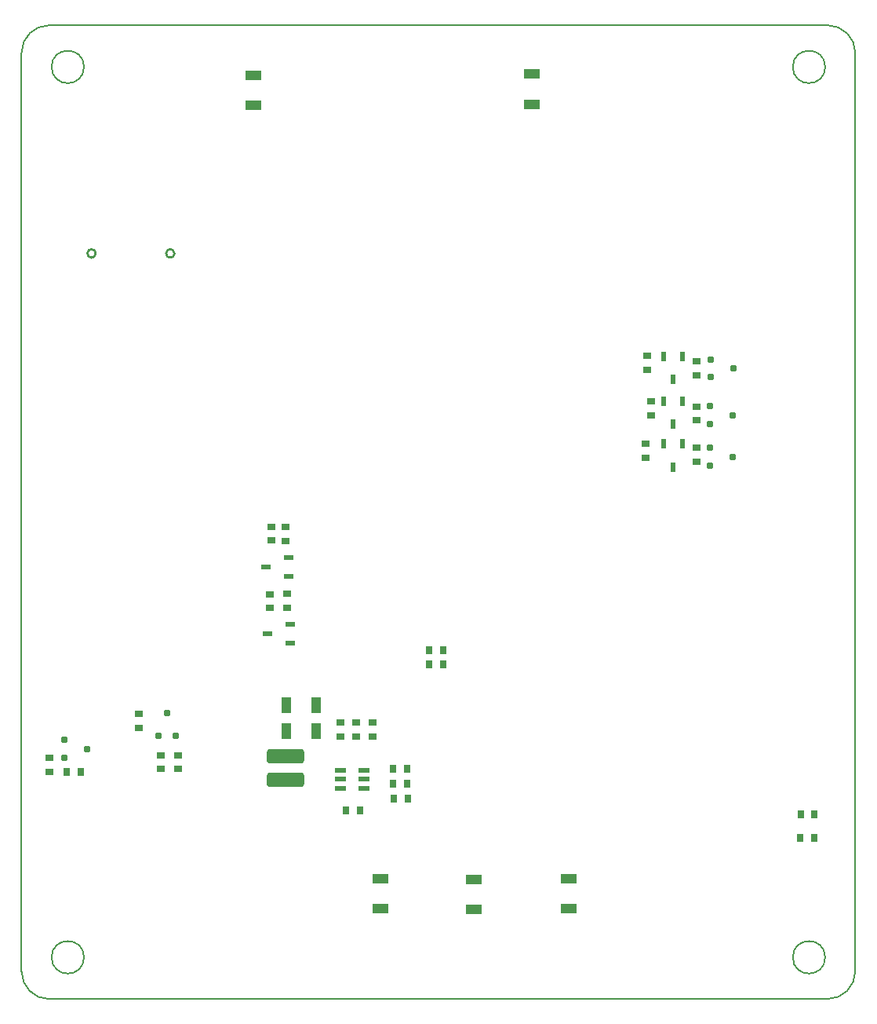
<source format=gbp>
%FSLAX25Y25*%
%MOIN*%
G70*
G01*
G75*
G04 Layer_Color=128*
%ADD10C,0.01000*%
%ADD11C,0.02000*%
%ADD12C,0.02000*%
%ADD13R,0.02756X0.03347*%
%ADD14R,0.03347X0.02756*%
%ADD15R,0.03937X0.02362*%
G04:AMPARAMS|DCode=16|XSize=39.37mil|YSize=41.34mil|CornerRadius=5.91mil|HoleSize=0mil|Usage=FLASHONLY|Rotation=180.000|XOffset=0mil|YOffset=0mil|HoleType=Round|Shape=RoundedRectangle|*
%AMROUNDEDRECTD16*
21,1,0.03937,0.02953,0,0,180.0*
21,1,0.02756,0.04134,0,0,180.0*
1,1,0.01181,-0.01378,0.01476*
1,1,0.01181,0.01378,0.01476*
1,1,0.01181,0.01378,-0.01476*
1,1,0.01181,-0.01378,-0.01476*
%
%ADD16ROUNDEDRECTD16*%
G04:AMPARAMS|DCode=17|XSize=41.34mil|YSize=86.61mil|CornerRadius=6.2mil|HoleSize=0mil|Usage=FLASHONLY|Rotation=180.000|XOffset=0mil|YOffset=0mil|HoleType=Round|Shape=RoundedRectangle|*
%AMROUNDEDRECTD17*
21,1,0.04134,0.07421,0,0,180.0*
21,1,0.02894,0.08661,0,0,180.0*
1,1,0.01240,-0.01447,0.03711*
1,1,0.01240,0.01447,0.03711*
1,1,0.01240,0.01447,-0.03711*
1,1,0.01240,-0.01447,-0.03711*
%
%ADD17ROUNDEDRECTD17*%
%ADD18R,0.07874X0.07874*%
%ADD19R,0.07087X0.03937*%
%ADD20R,0.02000X0.05000*%
%ADD21R,0.02362X0.03937*%
%ADD22R,0.05906X0.05906*%
%ADD23R,0.07874X0.07874*%
%ADD24R,0.02559X0.05315*%
%ADD25R,0.03937X0.05118*%
%ADD26R,0.05118X0.03937*%
G04:AMPARAMS|DCode=27|XSize=157.48mil|YSize=59.06mil|CornerRadius=8.86mil|HoleSize=0mil|Usage=FLASHONLY|Rotation=180.000|XOffset=0mil|YOffset=0mil|HoleType=Round|Shape=RoundedRectangle|*
%AMROUNDEDRECTD27*
21,1,0.15748,0.04134,0,0,180.0*
21,1,0.13976,0.05906,0,0,180.0*
1,1,0.01772,-0.06988,0.02067*
1,1,0.01772,0.06988,0.02067*
1,1,0.01772,0.06988,-0.02067*
1,1,0.01772,-0.06988,-0.02067*
%
%ADD27ROUNDEDRECTD27*%
%ADD28R,0.06299X0.03543*%
%ADD29R,0.03543X0.06299*%
%ADD30R,0.01969X0.09843*%
%ADD31R,0.03937X0.03150*%
%ADD32R,0.03150X0.03937*%
%ADD33R,0.09843X0.11811*%
%ADD34O,0.07087X0.02362*%
%ADD35O,0.02362X0.07087*%
%ADD36R,0.01575X0.03347*%
%ADD37R,0.01378X0.01181*%
%ADD38R,0.01378X0.00984*%
%ADD39R,0.01181X0.01181*%
%ADD40O,0.02500X0.05500*%
%ADD41R,0.02500X0.05500*%
%ADD42R,0.05000X0.05000*%
%ADD43R,0.07874X0.05000*%
G04:AMPARAMS|DCode=44|XSize=45mil|YSize=65mil|CornerRadius=5.63mil|HoleSize=0mil|Usage=FLASHONLY|Rotation=270.000|XOffset=0mil|YOffset=0mil|HoleType=Round|Shape=RoundedRectangle|*
%AMROUNDEDRECTD44*
21,1,0.04500,0.05375,0,0,270.0*
21,1,0.03375,0.06500,0,0,270.0*
1,1,0.01125,-0.02688,-0.01688*
1,1,0.01125,-0.02688,0.01688*
1,1,0.01125,0.02688,0.01688*
1,1,0.01125,0.02688,-0.01688*
%
%ADD44ROUNDEDRECTD44*%
%ADD45R,0.07874X0.06693*%
%ADD46O,0.06299X0.01181*%
%ADD47O,0.01181X0.06299*%
%ADD48R,0.06299X0.01181*%
%ADD49R,0.02559X0.04843*%
%ADD50R,0.02756X0.08268*%
%ADD51C,0.00800*%
%ADD52C,0.04000*%
%ADD53C,0.01200*%
%ADD54R,0.09200X0.08300*%
%ADD55R,0.49000X0.11200*%
%ADD56R,0.07000X0.08100*%
%ADD57R,0.06200X0.16300*%
%ADD58R,0.25800X0.06600*%
%ADD59R,0.08400X0.20000*%
%ADD60C,0.00500*%
%ADD61C,0.05906*%
%ADD62R,0.05906X0.05906*%
%ADD63R,0.07874X0.11811*%
%ADD64O,0.07874X0.11811*%
%ADD65C,0.03937*%
%ADD66O,0.11811X0.07874*%
%ADD67R,0.11811X0.07874*%
%ADD68C,0.03000*%
%ADD69C,0.04000*%
G04:AMPARAMS|DCode=70|XSize=23.62mil|YSize=25.59mil|CornerRadius=3.54mil|HoleSize=0mil|Usage=FLASHONLY|Rotation=90.000|XOffset=0mil|YOffset=0mil|HoleType=Round|Shape=RoundedRectangle|*
%AMROUNDEDRECTD70*
21,1,0.02362,0.01850,0,0,90.0*
21,1,0.01654,0.02559,0,0,90.0*
1,1,0.00709,0.00925,0.00827*
1,1,0.00709,0.00925,-0.00827*
1,1,0.00709,-0.00925,-0.00827*
1,1,0.00709,-0.00925,0.00827*
%
%ADD70ROUNDEDRECTD70*%
G04:AMPARAMS|DCode=71|XSize=23.62mil|YSize=25.59mil|CornerRadius=3.54mil|HoleSize=0mil|Usage=FLASHONLY|Rotation=180.000|XOffset=0mil|YOffset=0mil|HoleType=Round|Shape=RoundedRectangle|*
%AMROUNDEDRECTD71*
21,1,0.02362,0.01850,0,0,180.0*
21,1,0.01654,0.02559,0,0,180.0*
1,1,0.00709,-0.00827,0.00925*
1,1,0.00709,0.00827,0.00925*
1,1,0.00709,0.00827,-0.00925*
1,1,0.00709,-0.00827,-0.00925*
%
%ADD71ROUNDEDRECTD71*%
%ADD72R,0.05000X0.02000*%
%ADD73R,0.03937X0.07087*%
%ADD74C,0.03000*%
%ADD75C,0.05000*%
%ADD76R,0.27900X0.11200*%
%ADD77R,0.23200X0.07700*%
%ADD78R,0.07100X0.27500*%
%ADD79C,0.02362*%
%ADD80C,0.00984*%
%ADD81C,0.00787*%
%ADD82C,0.00300*%
%ADD83C,0.01969*%
%ADD84C,0.00394*%
%ADD85C,0.00400*%
%ADD86C,0.00493*%
%ADD87C,0.00700*%
%ADD88R,0.02228X0.02472*%
%ADD89R,0.04800X0.00800*%
%ADD90R,0.03600X0.00700*%
%ADD91R,0.02400X0.00600*%
%ADD92R,0.01500X0.00500*%
%ADD93R,0.03556X0.04147*%
%ADD94R,0.04147X0.03556*%
%ADD95R,0.04737X0.03162*%
G04:AMPARAMS|DCode=96|XSize=47.37mil|YSize=49.34mil|CornerRadius=7.11mil|HoleSize=0mil|Usage=FLASHONLY|Rotation=180.000|XOffset=0mil|YOffset=0mil|HoleType=Round|Shape=RoundedRectangle|*
%AMROUNDEDRECTD96*
21,1,0.04737,0.03513,0,0,180.0*
21,1,0.03316,0.04934,0,0,180.0*
1,1,0.01421,-0.01658,0.01756*
1,1,0.01421,0.01658,0.01756*
1,1,0.01421,0.01658,-0.01756*
1,1,0.01421,-0.01658,-0.01756*
%
%ADD96ROUNDEDRECTD96*%
G04:AMPARAMS|DCode=97|XSize=49.34mil|YSize=94.61mil|CornerRadius=7.4mil|HoleSize=0mil|Usage=FLASHONLY|Rotation=180.000|XOffset=0mil|YOffset=0mil|HoleType=Round|Shape=RoundedRectangle|*
%AMROUNDEDRECTD97*
21,1,0.04934,0.07981,0,0,180.0*
21,1,0.03454,0.09461,0,0,180.0*
1,1,0.01480,-0.01727,0.03991*
1,1,0.01480,0.01727,0.03991*
1,1,0.01480,0.01727,-0.03991*
1,1,0.01480,-0.01727,-0.03991*
%
%ADD97ROUNDEDRECTD97*%
%ADD98R,0.08674X0.08674*%
%ADD99R,0.07887X0.04737*%
%ADD100R,0.02800X0.05800*%
%ADD101R,0.03162X0.04737*%
%ADD102R,0.06706X0.06706*%
%ADD103R,0.08674X0.08674*%
%ADD104R,0.03359X0.06115*%
%ADD105R,0.04737X0.05918*%
%ADD106R,0.05918X0.04737*%
G04:AMPARAMS|DCode=107|XSize=165.48mil|YSize=67.06mil|CornerRadius=10.06mil|HoleSize=0mil|Usage=FLASHONLY|Rotation=180.000|XOffset=0mil|YOffset=0mil|HoleType=Round|Shape=RoundedRectangle|*
%AMROUNDEDRECTD107*
21,1,0.16548,0.04694,0,0,180.0*
21,1,0.14536,0.06706,0,0,180.0*
1,1,0.02012,-0.07268,0.02347*
1,1,0.02012,0.07268,0.02347*
1,1,0.02012,0.07268,-0.02347*
1,1,0.02012,-0.07268,-0.02347*
%
%ADD107ROUNDEDRECTD107*%
%ADD108R,0.07099X0.04343*%
%ADD109R,0.04343X0.07099*%
%ADD110R,0.02769X0.10642*%
%ADD111R,0.04737X0.03950*%
%ADD112R,0.03950X0.04737*%
%ADD113R,0.10642X0.12611*%
%ADD114O,0.07887X0.03162*%
%ADD115O,0.03162X0.07887*%
%ADD116R,0.02375X0.04147*%
%ADD117R,0.02178X0.01981*%
%ADD118R,0.02178X0.01784*%
%ADD119R,0.01981X0.01981*%
%ADD120O,0.03300X0.06300*%
%ADD121R,0.03300X0.06300*%
%ADD122R,0.05800X0.05800*%
%ADD123R,0.08674X0.05800*%
G04:AMPARAMS|DCode=124|XSize=53mil|YSize=73mil|CornerRadius=6.63mil|HoleSize=0mil|Usage=FLASHONLY|Rotation=270.000|XOffset=0mil|YOffset=0mil|HoleType=Round|Shape=RoundedRectangle|*
%AMROUNDEDRECTD124*
21,1,0.05300,0.05975,0,0,270.0*
21,1,0.03975,0.07300,0,0,270.0*
1,1,0.01325,-0.02988,-0.01988*
1,1,0.01325,-0.02988,0.01988*
1,1,0.01325,0.02988,0.01988*
1,1,0.01325,0.02988,-0.01988*
%
%ADD124ROUNDEDRECTD124*%
%ADD125R,0.08674X0.07493*%
%ADD126O,0.07099X0.01981*%
%ADD127O,0.01981X0.07099*%
%ADD128R,0.07099X0.01981*%
%ADD129R,0.03359X0.05643*%
%ADD130R,0.03556X0.09068*%
%ADD131C,0.06706*%
%ADD132R,0.06706X0.06706*%
%ADD133R,0.08674X0.12611*%
%ADD134O,0.08674X0.12611*%
%ADD135C,0.04737*%
%ADD136O,0.12611X0.08674*%
%ADD137R,0.12611X0.08674*%
G04:AMPARAMS|DCode=138|XSize=31.62mil|YSize=33.59mil|CornerRadius=4.74mil|HoleSize=0mil|Usage=FLASHONLY|Rotation=90.000|XOffset=0mil|YOffset=0mil|HoleType=Round|Shape=RoundedRectangle|*
%AMROUNDEDRECTD138*
21,1,0.03162,0.02410,0,0,90.0*
21,1,0.02214,0.03359,0,0,90.0*
1,1,0.00949,0.01205,0.01107*
1,1,0.00949,0.01205,-0.01107*
1,1,0.00949,-0.01205,-0.01107*
1,1,0.00949,-0.01205,0.01107*
%
%ADD138ROUNDEDRECTD138*%
G04:AMPARAMS|DCode=139|XSize=31.62mil|YSize=33.59mil|CornerRadius=4.74mil|HoleSize=0mil|Usage=FLASHONLY|Rotation=180.000|XOffset=0mil|YOffset=0mil|HoleType=Round|Shape=RoundedRectangle|*
%AMROUNDEDRECTD139*
21,1,0.03162,0.02410,0,0,180.0*
21,1,0.02214,0.03359,0,0,180.0*
1,1,0.00949,-0.01107,0.01205*
1,1,0.00949,0.01107,0.01205*
1,1,0.00949,0.01107,-0.01205*
1,1,0.00949,-0.01107,-0.01205*
%
%ADD139ROUNDEDRECTD139*%
%ADD140R,0.05800X0.02800*%
%ADD141R,0.04737X0.07887*%
D10*
X19716Y316481D02*
G03*
X19716Y316481I-1772J0D01*
G01*
X53181D02*
G03*
X53181Y316481I-1772J0D01*
G01*
D13*
X167306Y148100D02*
D03*
X161400D02*
D03*
X161395Y142200D02*
D03*
X167300D02*
D03*
X325100Y68400D02*
D03*
X319195D02*
D03*
X325200Y78500D02*
D03*
X319295D02*
D03*
X7500Y96500D02*
D03*
X13406D02*
D03*
X126200Y80200D02*
D03*
X132106D02*
D03*
X152100Y91300D02*
D03*
X146195D02*
D03*
X152300Y85200D02*
D03*
X146395D02*
D03*
X152000Y97600D02*
D03*
X146095D02*
D03*
D14*
X0Y96500D02*
D03*
Y102406D02*
D03*
X253900Y267000D02*
D03*
Y272905D02*
D03*
X275200Y264700D02*
D03*
Y270605D02*
D03*
X255600Y247800D02*
D03*
Y253706D02*
D03*
X275100Y245600D02*
D03*
Y251505D02*
D03*
X275153Y228000D02*
D03*
Y233906D02*
D03*
X253453Y229900D02*
D03*
Y235806D02*
D03*
X100298Y194519D02*
D03*
Y200424D02*
D03*
X101098Y166119D02*
D03*
Y172024D02*
D03*
X94398Y194619D02*
D03*
Y200524D02*
D03*
X93698Y165919D02*
D03*
Y171824D02*
D03*
X47298Y103519D02*
D03*
Y97613D02*
D03*
X37998Y121119D02*
D03*
Y115213D02*
D03*
X54798Y103519D02*
D03*
Y97613D02*
D03*
X123600Y117405D02*
D03*
Y111500D02*
D03*
X137400Y117306D02*
D03*
Y111400D02*
D03*
X130500Y117405D02*
D03*
Y111500D02*
D03*
D15*
X101898Y187419D02*
D03*
X92055Y183482D02*
D03*
X101898Y179545D02*
D03*
X102453Y158969D02*
D03*
X92610Y155032D02*
D03*
X102453Y151095D02*
D03*
D19*
X86700Y379300D02*
D03*
Y392095D02*
D03*
X205000Y379800D02*
D03*
Y392595D02*
D03*
X180500Y38100D02*
D03*
Y50895D02*
D03*
X220593Y38400D02*
D03*
Y51195D02*
D03*
X140600Y38400D02*
D03*
Y51195D02*
D03*
D21*
X261154Y253800D02*
D03*
X265090Y243957D02*
D03*
X269028Y253800D02*
D03*
X261154Y272900D02*
D03*
X265090Y263057D02*
D03*
X269028Y272900D02*
D03*
X261154Y235700D02*
D03*
X265090Y225857D02*
D03*
X269028Y235700D02*
D03*
D27*
X100500Y92982D02*
D03*
Y103218D02*
D03*
D60*
X330709Y0D02*
G03*
X342520Y11811I0J11811D01*
G01*
X-11811D02*
G03*
X0Y0I11811J0D01*
G01*
X342520Y401575D02*
G03*
X330709Y413386I-11811J0D01*
G01*
X0D02*
G03*
X-11811Y401575I0J-11811D01*
G01*
X14764Y395670D02*
G03*
X14764Y395670I-6890J0D01*
G01*
X329725D02*
G03*
X329725Y395670I-6890J0D01*
G01*
Y17717D02*
G03*
X329725Y17717I-6890J0D01*
G01*
X14764D02*
G03*
X14764Y17717I-6890J0D01*
G01*
X-11811Y347999D02*
Y366326D01*
Y11811D02*
Y39370D01*
X0Y413386D02*
X330709D01*
X342520Y11811D02*
Y401575D01*
X0Y0D02*
X330709D01*
X-11811Y11811D02*
Y401575D01*
D70*
X281077Y263960D02*
D03*
Y271440D02*
D03*
X290723Y267700D02*
D03*
X280777Y244160D02*
D03*
Y251640D02*
D03*
X290423Y247900D02*
D03*
X6377Y102460D02*
D03*
Y109940D02*
D03*
X16023Y106200D02*
D03*
X280631Y226460D02*
D03*
Y233940D02*
D03*
X290276Y230200D02*
D03*
D71*
X53838Y111796D02*
D03*
X46358D02*
D03*
X50098Y121442D02*
D03*
D72*
X133600Y93240D02*
D03*
X123600Y89500D02*
D03*
Y96980D02*
D03*
Y93240D02*
D03*
X133600Y89500D02*
D03*
Y96980D02*
D03*
D73*
X100600Y124800D02*
D03*
X113395D02*
D03*
X100600Y113700D02*
D03*
X113395D02*
D03*
M02*

</source>
